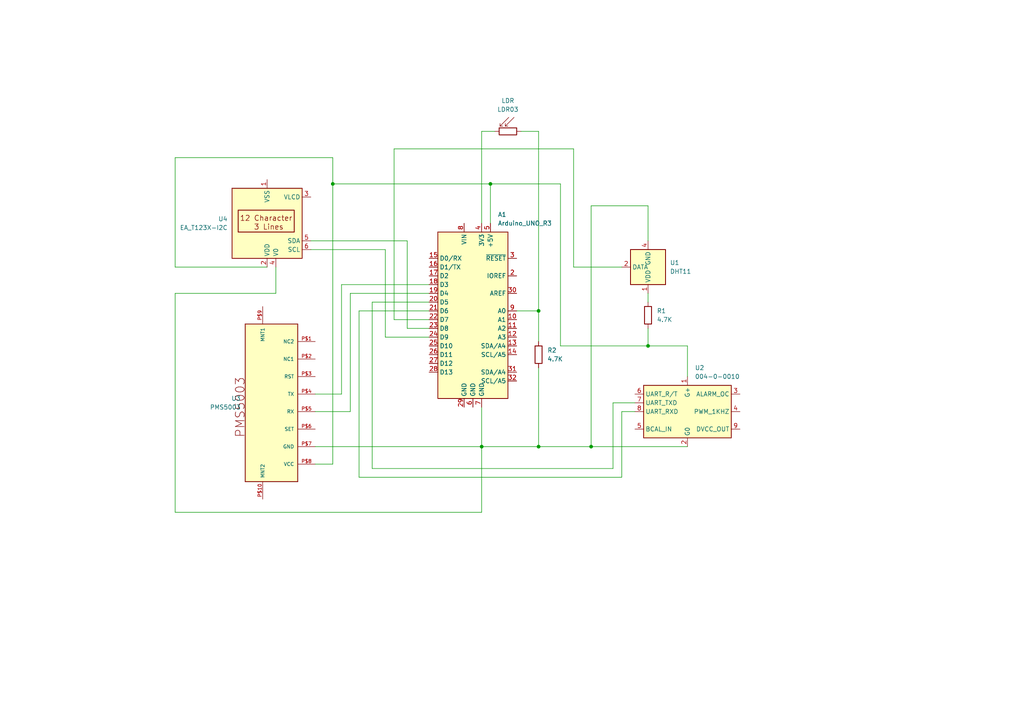
<source format=kicad_sch>
(kicad_sch (version 20250114) (generator "eeschema") (generator_version "9.0")
  (paper "A4")
  (lib_symbols
    (symbol "Device:R" (pin_numbers (hide yes)) (pin_names (offset 0))
      (property "Reference" "R" (at 2.032 0 90))
      (property "Value" "R" (at 0 0 90))
      (symbol "R_0_1"
        (rectangle (start -1.016 -2.54) (end 1.016 2.54) (stroke (width 0.254)))
      )
      (symbol "R_1_1"
        (pin passive line (at 0 3.81 270) (length 1.27) (name "~") (number "1"))
        (pin passive line (at 0 -3.81 90) (length 1.27) (name "~") (number "2"))
      )
    )
    (symbol "Display_Character:EA_T123X-I2C"
      (property "Reference" "U" (at -8.89 11.43 0))
      (property "Value" "EA_T123X-I2C" (at 3.556 11.684 0))
      (symbol "EA_T123X-I2C_0_0"
        (rectangle (start -7.874 2.54) (end 8.382 -3.81) (stroke (width 0.254)))
        (text "12 Character" (at -7.366 -1.524 0) (effects (font (size 1.524 1.524)) (justify left)))
        (text "3 Lines" (at -4.826 1.016 0) (effects (font (size 1.524 1.524)) (justify left)))
      )
      (symbol "EA_T123X-I2C_0_1"
        (rectangle (start -10.16 10.16) (end 10.16 -10.16) (stroke (width 0.254)) (fill (type background)))
      )
      (symbol "EA_T123X-I2C_1_1"
        (pin input line (at -12.7 7.62 0) (length 2.54) (name "SCL") (number "6"))
        (pin bidirectional line (at -12.7 5.08 0) (length 2.54) (name "SDA") (number "5"))
        (pin input line (at -12.7 -7.62 0) (length 2.54) (name "VLCD") (number "3"))
        (pin power_in line (at -2.54 12.7 270) (length 2.54) (name "V0") (number "4"))
        (pin power_in line (at 0 12.7 270) (length 2.54) (name "VDD") (number "2"))
        (pin power_in line (at 0 -12.7 90) (length 2.54) (name "VSS") (number "1"))
      )
    )
    (symbol "MCU_Module:Arduino_UNO_R3"
      (property "Reference" "A" (at -10.16 23.495 0))
      (property "Value" "Arduino_UNO_R3" (at 5.08 -26.67 0))
      (symbol "Arduino_UNO_R3_0_1"
        (rectangle (start -10.16 22.86) (end 10.16 -25.4) (stroke (width 0.254)) (fill (type background)))
      )
      (symbol "Arduino_UNO_R3_1_1"
        (pin bidirectional line (at -12.7 15.24 0) (length 2.54) (name "D0/RX") (number "15"))
        (pin bidirectional line (at -12.7 12.7 0) (length 2.54) (name "D1/TX") (number "16"))
        (pin bidirectional line (at -12.7 10.16 0) (length 2.54) (name "D2") (number "17"))
        (pin bidirectional line (at -12.7 7.62 0) (length 2.54) (name "D3") (number "18"))
        (pin bidirectional line (at -12.7 5.08 0) (length 2.54) (name "D4") (number "19"))
        (pin bidirectional line (at -12.7 2.54 0) (length 2.54) (name "D5") (number "20"))
        (pin bidirectional line (at -12.7 0 0) (length 2.54) (name "D6") (number "21"))
        (pin bidirectional line (at -12.7 -2.54 0) (length 2.54) (name "D7") (number "22"))
        (pin bidirectional line (at -12.7 -5.08 0) (length 2.54) (name "D8") (number "23"))
        (pin bidirectional line (at -12.7 -7.62 0) (length 2.54) (name "D9") (number "24"))
        (pin bidirectional line (at -12.7 -10.16 0) (length 2.54) (name "D10") (number "25"))
        (pin bidirectional line (at -12.7 -12.7 0) (length 2.54) (name "D11") (number "26"))
        (pin bidirectional line (at -12.7 -15.24 0) (length 2.54) (name "D12") (number "27"))
        (pin bidirectional line (at -12.7 -17.78 0) (length 2.54) (name "D13") (number "28"))
        (pin no_connect line (at -10.16 -20.32 0) (length 2.54) (hide yes) (name "NC") (number "1"))
        (pin power_in line (at -2.54 25.4 270) (length 2.54) (name "VIN") (number "8"))
        (pin power_in line (at -2.54 -27.94 90) (length 2.54) (name "GND") (number "29"))
        (pin power_in line (at 0 -27.94 90) (length 2.54) (name "GND") (number "6"))
        (pin power_out line (at 2.54 25.4 270) (length 2.54) (name "3V3") (number "4"))
        (pin power_in line (at 2.54 -27.94 90) (length 2.54) (name "GND") (number "7"))
        (pin power_out line (at 5.08 25.4 270) (length 2.54) (name "+5V") (number "5"))
        (pin input line (at 12.7 15.24 180) (length 2.54) (name "~{RESET}") (number "3"))
        (pin output line (at 12.7 10.16 180) (length 2.54) (name "IOREF") (number "2"))
        (pin input line (at 12.7 5.08 180) (length 2.54) (name "AREF") (number "30"))
        (pin bidirectional line (at 12.7 0 180) (length 2.54) (name "A0") (number "9"))
        (pin bidirectional line (at 12.7 -2.54 180) (length 2.54) (name "A1") (number "10"))
        (pin bidirectional line (at 12.7 -5.08 180) (length 2.54) (name "A2") (number "11"))
        (pin bidirectional line (at 12.7 -7.62 180) (length 2.54) (name "A3") (number "12"))
        (pin bidirectional line (at 12.7 -10.16 180) (length 2.54) (name "SDA/A4") (number "13"))
        (pin bidirectional line (at 12.7 -12.7 180) (length 2.54) (name "SCL/A5") (number "14"))
        (pin bidirectional line (at 12.7 -17.78 180) (length 2.54) (name "SDA/A4") (number "31"))
        (pin bidirectional line (at 12.7 -20.32 180) (length 2.54) (name "SCL/A5") (number "32"))
      )
    )
    (symbol "PMS5003:PMS5003" (pin_names (offset 1.016))
      (property "Reference" "U" (at 15.24 -22.86 90))
      (property "Value" "PMS5003" (at 15.24 10.16 90))
      (symbol "PMS5003_0_0"
        (rectangle (start -2.54 -25.4) (end 12.7 20.32) (stroke (width 0.254)) (fill (type background)))
        (text "PMS5003" (at 12.7 -10.16 900) (effects (font (size 2.54 2.54)) (justify left bottom)))
        (pin bidirectional line (at -7.62 15.24 0) (length 5.08) (name "VCC") (number "P$8"))
        (pin bidirectional line (at -7.62 10.16 0) (length 5.08) (name "GND") (number "P$7"))
        (pin bidirectional line (at -7.62 5.08 0) (length 5.08) (name "SET") (number "P$6"))
        (pin bidirectional line (at -7.62 0 0) (length 5.08) (name "RX") (number "P$5"))
        (pin bidirectional line (at -7.62 -5.08 0) (length 5.08) (name "TX") (number "P$4"))
        (pin bidirectional line (at -7.62 -10.16 0) (length 5.08) (name "RST") (number "P$3"))
        (pin bidirectional line (at -7.62 -15.24 0) (length 5.08) (name "NC1") (number "P$2"))
        (pin bidirectional line (at -7.62 -20.32 0) (length 5.08) (name "NC2") (number "P$1"))
        (pin bidirectional line (at 7.62 25.4 270) (length 5.08) (name "MNT2") (number "P$10"))
        (pin bidirectional line (at 7.62 -30.48 90) (length 5.08) (name "MNT1") (number "P$9"))
      )
    )
    (symbol "Sensor:DHT11"
      (property "Reference" "U" (at -3.81 6.35 0))
      (property "Value" "DHT11" (at 3.81 6.35 0))
      (symbol "DHT11_0_1"
        (rectangle (start -5.08 5.08) (end 5.08 -5.08) (stroke (width 0.254)) (fill (type background)))
      )
      (symbol "DHT11_1_1"
        (pin no_connect line (at -5.08 0 0) (length 2.54) (hide yes) (name "NC") (number "3"))
        (pin power_in line (at 0 7.62 270) (length 2.54) (name "VDD") (number "1"))
        (pin power_in line (at 0 -7.62 90) (length 2.54) (name "GND") (number "4"))
        (pin bidirectional line (at 7.62 0 180) (length 2.54) (name "DATA") (number "2"))
      )
    )
    (symbol "Sensor_Gas:004-0-0010"
      (property "Reference" "U" (at -11.43 8.89 0))
      (property "Value" "004-0-0010" (at 7.62 8.89 0))
      (symbol "004-0-0010_0_1"
        (rectangle (start -12.7 7.62) (end 12.7 -7.62) (stroke (width 0.254)) (fill (type background)))
      )
      (symbol "004-0-0010_1_1"
        (pin output line (at -15.24 5.08 0) (length 2.54) (name "UART_R/T") (number "6"))
        (pin output line (at -15.24 2.54 0) (length 2.54) (name "UART_TXD") (number "7"))
        (pin input line (at -15.24 0 0) (length 2.54) (name "UART_RXD") (number "8"))
        (pin input line (at -15.24 -5.08 0) (length 2.54) (name "BCAL_IN") (number "5"))
        (pin power_in line (at 0 10.16 270) (length 2.54) (name "G+") (number "1"))
        (pin power_in line (at 0 -10.16 90) (length 2.54) (name "G0") (number "2"))
        (pin open_collector line (at 15.24 5.08 180) (length 2.54) (name "ALARM_OC") (number "3"))
        (pin output line (at 15.24 0 180) (length 2.54) (name "PWM_1KHZ") (number "4"))
        (pin power_out line (at 15.24 -5.08 180) (length 2.54) (name "DVCC_OUT") (number "9"))
      )
    )
    (symbol "Sensor_Optical:LDR03" (pin_numbers (hide yes)) (pin_names (offset 0))
      (property "Reference" "R" (at -5.08 0 90))
      (property "Value" "LDR03" (at 1.905 0 90))
      (symbol "LDR03_0_1"
        (polyline (pts (xy -1.524 -0.762) (xy -4.064 1.778)))
        (polyline (pts (xy -1.524 -0.762) (xy -2.286 -0.762)))
        (polyline (pts (xy -1.524 -0.762) (xy -1.524 0)))
        (polyline (pts (xy -1.524 -2.286) (xy -4.064 0.254)))
        (polyline (pts (xy -1.524 -2.286) (xy -2.286 -2.286)))
        (polyline (pts (xy -1.524 -2.286) (xy -1.524 -1.524)))
        (rectangle (start -1.016 2.54) (end 1.016 -2.54) (stroke (width 0.254)))
      )
      (symbol "LDR03_1_1"
        (pin passive line (at 0 3.81 270) (length 1.27) (name "~") (number "1"))
        (pin passive line (at 0 -3.81 90) (length 1.27) (name "~") (number "2"))
      )
    )
  )
  (junction (at 96.52 53.34))
  (junction (at 171.45 129.54))
  (junction (at 156.21 90.17))
  (junction (at 139.7 129.54))
  (junction (at 156.21 129.54))
  (junction (at 142.24 53.34))
  (junction (at 187.96 100.33))
  (wire (pts (xy 99.06 114.3) (xy 99.06 82.55)))
  (wire (pts (xy 184.15 119.38) (xy 180.34 119.38)))
  (wire (pts (xy 104.14 90.17) (xy 124.46 90.17)))
  (wire (pts (xy 77.47 77.47) (xy 50.8 77.47)))
  (wire (pts (xy 139.7 118.11) (xy 139.7 129.54)))
  (wire (pts (xy 187.96 100.33) (xy 187.96 95.25)))
  (wire (pts (xy 114.3 43.18) (xy 166.37 43.18)))
  (wire (pts (xy 111.76 72.39) (xy 111.76 97.79)))
  (wire (pts (xy 124.46 92.71) (xy 114.3 92.71)))
  (wire (pts (xy 114.3 92.71) (xy 114.3 43.18)))
  (wire (pts (xy 139.7 64.77) (xy 139.7 38.1)))
  (wire (pts (xy 199.39 109.22) (xy 199.39 100.33)))
  (wire (pts (xy 184.15 116.84) (xy 177.8 116.84)))
  (wire (pts (xy 180.34 138.43) (xy 104.14 138.43)))
  (wire (pts (xy 156.21 106.68) (xy 156.21 129.54)))
  (wire (pts (xy 166.37 43.18) (xy 166.37 77.47)))
  (wire (pts (xy 187.96 69.85) (xy 187.96 59.69)))
  (wire (pts (xy 199.39 129.54) (xy 171.45 129.54)))
  (wire (pts (xy 156.21 129.54) (xy 171.45 129.54)))
  (wire (pts (xy 107.95 135.89) (xy 107.95 87.63)))
  (wire (pts (xy 91.44 134.62) (xy 96.52 134.62)))
  (wire (pts (xy 80.01 85.09) (xy 50.8 85.09)))
  (wire (pts (xy 50.8 45.72) (xy 96.52 45.72)))
  (wire (pts (xy 162.56 53.34) (xy 162.56 100.33)))
  (wire (pts (xy 91.44 114.3) (xy 99.06 114.3)))
  (wire (pts (xy 187.96 59.69) (xy 171.45 59.69)))
  (wire (pts (xy 99.06 82.55) (xy 124.46 82.55)))
  (wire (pts (xy 199.39 100.33) (xy 187.96 100.33)))
  (wire (pts (xy 107.95 87.63) (xy 124.46 87.63)))
  (wire (pts (xy 118.11 95.25) (xy 124.46 95.25)))
  (wire (pts (xy 101.6 119.38) (xy 101.6 85.09)))
  (wire (pts (xy 50.8 148.59) (xy 139.7 148.59)))
  (wire (pts (xy 96.52 45.72) (xy 96.52 53.34)))
  (wire (pts (xy 91.44 129.54) (xy 139.7 129.54)))
  (wire (pts (xy 50.8 77.47) (xy 50.8 45.72)))
  (wire (pts (xy 180.34 119.38) (xy 180.34 138.43)))
  (wire (pts (xy 177.8 135.89) (xy 107.95 135.89)))
  (wire (pts (xy 171.45 59.69) (xy 171.45 129.54)))
  (wire (pts (xy 156.21 90.17) (xy 156.21 99.06)))
  (wire (pts (xy 166.37 77.47) (xy 180.34 77.47)))
  (wire (pts (xy 104.14 138.43) (xy 104.14 90.17)))
  (wire (pts (xy 187.96 85.09) (xy 187.96 87.63)))
  (wire (pts (xy 177.8 116.84) (xy 177.8 135.89)))
  (wire (pts (xy 142.24 64.77) (xy 142.24 53.34)))
  (wire (pts (xy 156.21 38.1) (xy 151.13 38.1)))
  (wire (pts (xy 90.17 72.39) (xy 111.76 72.39)))
  (wire (pts (xy 101.6 85.09) (xy 124.46 85.09)))
  (wire (pts (xy 91.44 119.38) (xy 101.6 119.38)))
  (wire (pts (xy 142.24 53.34) (xy 162.56 53.34)))
  (wire (pts (xy 90.17 69.85) (xy 118.11 69.85)))
  (wire (pts (xy 149.86 90.17) (xy 156.21 90.17)))
  (wire (pts (xy 156.21 38.1) (xy 156.21 90.17)))
  (wire (pts (xy 96.52 53.34) (xy 142.24 53.34)))
  (wire (pts (xy 139.7 129.54) (xy 156.21 129.54)))
  (wire (pts (xy 111.76 97.79) (xy 124.46 97.79)))
  (wire (pts (xy 80.01 77.47) (xy 80.01 85.09)))
  (wire (pts (xy 96.52 134.62) (xy 96.52 53.34)))
  (wire (pts (xy 139.7 38.1) (xy 143.51 38.1)))
  (wire (pts (xy 139.7 148.59) (xy 139.7 129.54)))
  (wire (pts (xy 50.8 85.09) (xy 50.8 148.59)))
  (wire (pts (xy 118.11 69.85) (xy 118.11 95.25)))
  (wire (pts (xy 162.56 100.33) (xy 187.96 100.33)))
  (symbol (lib_id "Device:R") (at 156.21 102.87 180) (unit 1)
    (property "Reference" "R2" (at 158.75 101.5999 0) (effects (justify right)))
    (property "Value" "4.7K" (at 158.75 104.1399 0) (effects (justify right)))
    (property "Description" "Resistor" (effects (hide yes)))
  )
  (symbol (lib_id "PMS5003:PMS5003") (at 83.82 119.38 180) (unit 1)
    (property "Reference" "U3" (at 69.85 115.5699 0) (effects (justify left)))
    (property "Value" "PMS5003" (at 69.85 118.1099 0) (effects (justify left)))
    (property "Footprint" "PMS5003:PMS5003" (effects (hide yes)))
    (property "MF" "Plantower" (effects (hide yes)))
    (property "Description_1" "Digital universal particle concentration sensor" (effects (hide yes)))
    (property "Package" "Package" (effects (hide yes)))
    (property "Price" "None" (effects (hide yes)))
    (property "SnapEDA_Link" "https://www.snapeda.com/parts/PMS5003/Plantower/view-part/?ref=snap" (effects (hide yes)))
    (property "MP" "PMS5003" (effects (hide yes)))
    (property "Availability" "Not in stock" (effects (hide yes)))
    (property "Check_prices" "https://www.snapeda.com/parts/PMS5003/Plantower/view-part/?ref=eda" (effects (hide yes)))
  )
  (symbol (lib_id "Sensor_Optical:LDR03") (at 147.32 38.1 270) (unit 1)
    (property "Reference" "LDR" (at 147.32 29.21 90))
    (property "Value" "LDR03" (at 147.32 31.75 90))
    (property "Footprint" "OptoDevice:R_LDR_10x8.5mm_P7.6mm_Vertical" (effects (hide yes)))
    (property "Datasheet" "http://www.elektronica-componenten.nl/WebRoot/StoreNL/Shops/61422969/54F1/BA0C/C664/31B9/2173/C0A8/2AB9/2AEF/LDR03IMP.pdf" (effects (hide yes)))
    (property "Description" "light dependent resistor" (effects (hide yes)))
  )
  (symbol (lib_id "Sensor:DHT11") (at 187.96 77.47 180) (unit 1)
    (property "Reference" "U1" (at 194.31 76.1999 0) (effects (justify right)))
    (property "Value" "DHT11" (at 194.31 78.7399 0) (effects (justify right)))
    (property "Footprint" "Sensor:Aosong_DHT11_5.5x12.0_P2.54mm" (effects (hide yes)))
    (property "Datasheet" "http://akizukidenshi.com/download/ds/aosong/DHT11.pdf" (effects (hide yes)))
    (property "Description" "3.3V to 5.5V, temperature and humidity module, DHT11" (effects (hide yes)))
  )
  (symbol (lib_id "Display_Character:EA_T123X-I2C") (at 77.47 64.77 180) (unit 1)
    (property "Reference" "U4" (at 66.04 63.4999 0) (effects (justify left)))
    (property "Value" "EA_T123X-I2C" (at 66.04 66.0399 0) (effects (justify left)))
    (property "Footprint" "Display:EA_T123X-I2C" (effects (hide yes)))
    (property "Datasheet" "http://www.lcd-module.de/pdf/doma/t123-i2c.pdf" (effects (hide yes)))
    (property "Description" "3 Lines, 12 character alpha numeric LCD, transreflective STN and FSTN Gray, I2C, single or dual power" (effects (hide yes)))
  )
  (symbol (lib_id "Sensor_Gas:004-0-0010") (at 199.39 119.38 0) (unit 1)
    (property "Reference" "U2" (at 201.5333 106.68 0) (effects (justify left)))
    (property "Value" "004-0-0010" (at 201.5333 109.22 0) (effects (justify left)))
    (property "Datasheet" "https://rmtplusstoragesenseair.blob.core.windows.net/docs/publicerat/PSP103.pdf" (effects (hide yes)))
    (property "Description" "S8 Commercial, CO2 sensor, 400-2000 PPM, 1kHz PWM output, Modbus, THT" (effects (hide yes)))
  )
  (symbol (lib_id "MCU_Module:Arduino_UNO_R3") (at 137.16 90.17 0) (unit 1)
    (property "Reference" "A1" (at 144.3833 62.23 0) (effects (justify left)))
    (property "Value" "Arduino_UNO_R3" (at 144.3833 64.77 0) (effects (justify left)))
    (property "Footprint" "Module:Arduino_UNO_R3" (effects (hide yes)))
    (property "Datasheet" "https://www.arduino.cc/en/Main/arduinoBoardUno" (effects (hide yes)))
    (property "Description" "Arduino UNO Microcontroller Module, release 3" (effects (hide yes)))
  )
  (symbol (lib_id "Device:R") (at 187.96 91.44 0) (unit 1)
    (property "Reference" "R1" (at 190.5 90.1699 0) (effects (justify left)))
    (property "Value" "4.7K" (at 190.5 92.7099 0) (effects (justify left)))
    (property "Description" "Resistor" (effects (hide yes)))
  )
)
</source>
